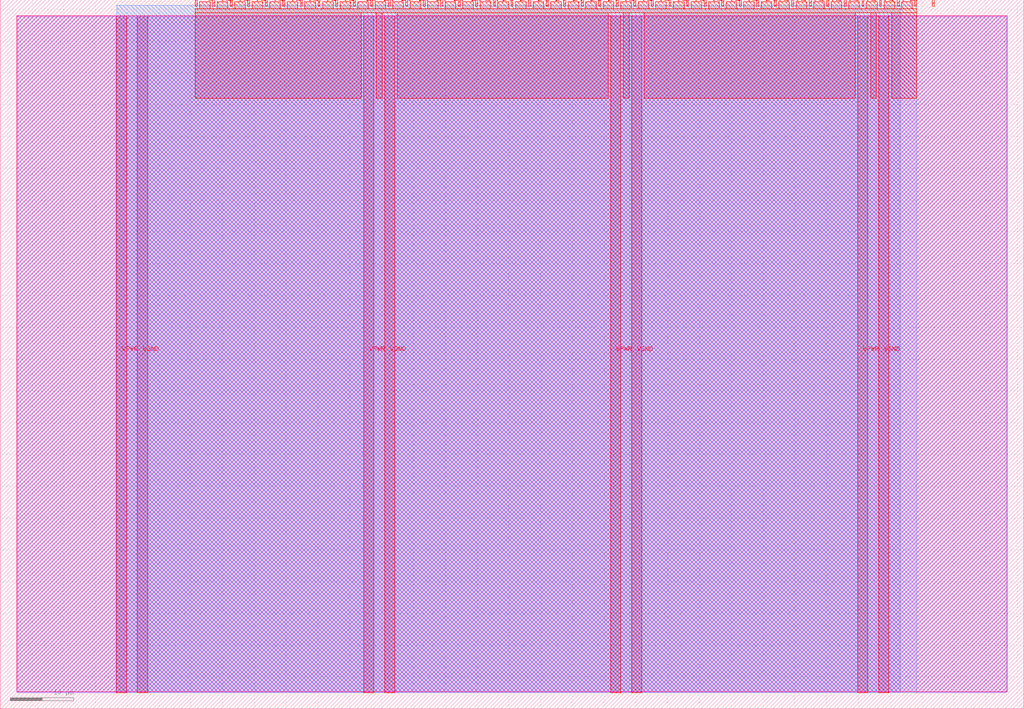
<source format=lef>
VERSION 5.7 ;
  NOWIREEXTENSIONATPIN ON ;
  DIVIDERCHAR "/" ;
  BUSBITCHARS "[]" ;
MACRO tt_um_wokwi_414120414884012033
  CLASS BLOCK ;
  FOREIGN tt_um_wokwi_414120414884012033 ;
  ORIGIN 0.000 0.000 ;
  SIZE 161.000 BY 111.520 ;
  PIN VGND
    DIRECTION INOUT ;
    USE GROUND ;
    PORT
      LAYER met4 ;
        RECT 21.580 2.480 23.180 109.040 ;
    END
    PORT
      LAYER met4 ;
        RECT 60.450 2.480 62.050 109.040 ;
    END
    PORT
      LAYER met4 ;
        RECT 99.320 2.480 100.920 109.040 ;
    END
    PORT
      LAYER met4 ;
        RECT 138.190 2.480 139.790 109.040 ;
    END
  END VGND
  PIN VPWR
    DIRECTION INOUT ;
    USE POWER ;
    PORT
      LAYER met4 ;
        RECT 18.280 2.480 19.880 109.040 ;
    END
    PORT
      LAYER met4 ;
        RECT 57.150 2.480 58.750 109.040 ;
    END
    PORT
      LAYER met4 ;
        RECT 96.020 2.480 97.620 109.040 ;
    END
    PORT
      LAYER met4 ;
        RECT 134.890 2.480 136.490 109.040 ;
    END
  END VPWR
  PIN clk
    DIRECTION INPUT ;
    USE SIGNAL ;
    ANTENNAGATEAREA 0.159000 ;
    PORT
      LAYER met4 ;
        RECT 143.830 110.520 144.130 111.520 ;
    END
  END clk
  PIN ena
    DIRECTION INPUT ;
    USE SIGNAL ;
    PORT
      LAYER met4 ;
        RECT 146.590 110.520 146.890 111.520 ;
    END
  END ena
  PIN rst_n
    DIRECTION INPUT ;
    USE SIGNAL ;
    PORT
      LAYER met4 ;
        RECT 141.070 110.520 141.370 111.520 ;
    END
  END rst_n
  PIN ui_in[0]
    DIRECTION INPUT ;
    USE SIGNAL ;
    ANTENNAGATEAREA 0.196500 ;
    PORT
      LAYER met4 ;
        RECT 138.310 110.520 138.610 111.520 ;
    END
  END ui_in[0]
  PIN ui_in[1]
    DIRECTION INPUT ;
    USE SIGNAL ;
    ANTENNAGATEAREA 0.196500 ;
    PORT
      LAYER met4 ;
        RECT 135.550 110.520 135.850 111.520 ;
    END
  END ui_in[1]
  PIN ui_in[2]
    DIRECTION INPUT ;
    USE SIGNAL ;
    ANTENNAGATEAREA 0.196500 ;
    PORT
      LAYER met4 ;
        RECT 132.790 110.520 133.090 111.520 ;
    END
  END ui_in[2]
  PIN ui_in[3]
    DIRECTION INPUT ;
    USE SIGNAL ;
    ANTENNAGATEAREA 0.196500 ;
    PORT
      LAYER met4 ;
        RECT 130.030 110.520 130.330 111.520 ;
    END
  END ui_in[3]
  PIN ui_in[4]
    DIRECTION INPUT ;
    USE SIGNAL ;
    PORT
      LAYER met4 ;
        RECT 127.270 110.520 127.570 111.520 ;
    END
  END ui_in[4]
  PIN ui_in[5]
    DIRECTION INPUT ;
    USE SIGNAL ;
    PORT
      LAYER met4 ;
        RECT 124.510 110.520 124.810 111.520 ;
    END
  END ui_in[5]
  PIN ui_in[6]
    DIRECTION INPUT ;
    USE SIGNAL ;
    PORT
      LAYER met4 ;
        RECT 121.750 110.520 122.050 111.520 ;
    END
  END ui_in[6]
  PIN ui_in[7]
    DIRECTION INPUT ;
    USE SIGNAL ;
    PORT
      LAYER met4 ;
        RECT 118.990 110.520 119.290 111.520 ;
    END
  END ui_in[7]
  PIN uio_in[0]
    DIRECTION INPUT ;
    USE SIGNAL ;
    PORT
      LAYER met4 ;
        RECT 116.230 110.520 116.530 111.520 ;
    END
  END uio_in[0]
  PIN uio_in[1]
    DIRECTION INPUT ;
    USE SIGNAL ;
    PORT
      LAYER met4 ;
        RECT 113.470 110.520 113.770 111.520 ;
    END
  END uio_in[1]
  PIN uio_in[2]
    DIRECTION INPUT ;
    USE SIGNAL ;
    PORT
      LAYER met4 ;
        RECT 110.710 110.520 111.010 111.520 ;
    END
  END uio_in[2]
  PIN uio_in[3]
    DIRECTION INPUT ;
    USE SIGNAL ;
    PORT
      LAYER met4 ;
        RECT 107.950 110.520 108.250 111.520 ;
    END
  END uio_in[3]
  PIN uio_in[4]
    DIRECTION INPUT ;
    USE SIGNAL ;
    PORT
      LAYER met4 ;
        RECT 105.190 110.520 105.490 111.520 ;
    END
  END uio_in[4]
  PIN uio_in[5]
    DIRECTION INPUT ;
    USE SIGNAL ;
    PORT
      LAYER met4 ;
        RECT 102.430 110.520 102.730 111.520 ;
    END
  END uio_in[5]
  PIN uio_in[6]
    DIRECTION INPUT ;
    USE SIGNAL ;
    PORT
      LAYER met4 ;
        RECT 99.670 110.520 99.970 111.520 ;
    END
  END uio_in[6]
  PIN uio_in[7]
    DIRECTION INPUT ;
    USE SIGNAL ;
    PORT
      LAYER met4 ;
        RECT 96.910 110.520 97.210 111.520 ;
    END
  END uio_in[7]
  PIN uio_oe[0]
    DIRECTION OUTPUT ;
    USE SIGNAL ;
    PORT
      LAYER met4 ;
        RECT 49.990 110.520 50.290 111.520 ;
    END
  END uio_oe[0]
  PIN uio_oe[1]
    DIRECTION OUTPUT ;
    USE SIGNAL ;
    PORT
      LAYER met4 ;
        RECT 47.230 110.520 47.530 111.520 ;
    END
  END uio_oe[1]
  PIN uio_oe[2]
    DIRECTION OUTPUT ;
    USE SIGNAL ;
    PORT
      LAYER met4 ;
        RECT 44.470 110.520 44.770 111.520 ;
    END
  END uio_oe[2]
  PIN uio_oe[3]
    DIRECTION OUTPUT ;
    USE SIGNAL ;
    PORT
      LAYER met4 ;
        RECT 41.710 110.520 42.010 111.520 ;
    END
  END uio_oe[3]
  PIN uio_oe[4]
    DIRECTION OUTPUT ;
    USE SIGNAL ;
    PORT
      LAYER met4 ;
        RECT 38.950 110.520 39.250 111.520 ;
    END
  END uio_oe[4]
  PIN uio_oe[5]
    DIRECTION OUTPUT ;
    USE SIGNAL ;
    PORT
      LAYER met4 ;
        RECT 36.190 110.520 36.490 111.520 ;
    END
  END uio_oe[5]
  PIN uio_oe[6]
    DIRECTION OUTPUT ;
    USE SIGNAL ;
    PORT
      LAYER met4 ;
        RECT 33.430 110.520 33.730 111.520 ;
    END
  END uio_oe[6]
  PIN uio_oe[7]
    DIRECTION OUTPUT ;
    USE SIGNAL ;
    PORT
      LAYER met4 ;
        RECT 30.670 110.520 30.970 111.520 ;
    END
  END uio_oe[7]
  PIN uio_out[0]
    DIRECTION OUTPUT ;
    USE SIGNAL ;
    PORT
      LAYER met4 ;
        RECT 72.070 110.520 72.370 111.520 ;
    END
  END uio_out[0]
  PIN uio_out[1]
    DIRECTION OUTPUT ;
    USE SIGNAL ;
    PORT
      LAYER met4 ;
        RECT 69.310 110.520 69.610 111.520 ;
    END
  END uio_out[1]
  PIN uio_out[2]
    DIRECTION OUTPUT ;
    USE SIGNAL ;
    PORT
      LAYER met4 ;
        RECT 66.550 110.520 66.850 111.520 ;
    END
  END uio_out[2]
  PIN uio_out[3]
    DIRECTION OUTPUT ;
    USE SIGNAL ;
    PORT
      LAYER met4 ;
        RECT 63.790 110.520 64.090 111.520 ;
    END
  END uio_out[3]
  PIN uio_out[4]
    DIRECTION OUTPUT ;
    USE SIGNAL ;
    PORT
      LAYER met4 ;
        RECT 61.030 110.520 61.330 111.520 ;
    END
  END uio_out[4]
  PIN uio_out[5]
    DIRECTION OUTPUT ;
    USE SIGNAL ;
    PORT
      LAYER met4 ;
        RECT 58.270 110.520 58.570 111.520 ;
    END
  END uio_out[5]
  PIN uio_out[6]
    DIRECTION OUTPUT ;
    USE SIGNAL ;
    PORT
      LAYER met4 ;
        RECT 55.510 110.520 55.810 111.520 ;
    END
  END uio_out[6]
  PIN uio_out[7]
    DIRECTION OUTPUT ;
    USE SIGNAL ;
    PORT
      LAYER met4 ;
        RECT 52.750 110.520 53.050 111.520 ;
    END
  END uio_out[7]
  PIN uo_out[0]
    DIRECTION OUTPUT ;
    USE SIGNAL ;
    ANTENNADIFFAREA 0.445500 ;
    PORT
      LAYER met4 ;
        RECT 94.150 110.520 94.450 111.520 ;
    END
  END uo_out[0]
  PIN uo_out[1]
    DIRECTION OUTPUT ;
    USE SIGNAL ;
    ANTENNADIFFAREA 0.445500 ;
    PORT
      LAYER met4 ;
        RECT 91.390 110.520 91.690 111.520 ;
    END
  END uo_out[1]
  PIN uo_out[2]
    DIRECTION OUTPUT ;
    USE SIGNAL ;
    ANTENNADIFFAREA 0.445500 ;
    PORT
      LAYER met4 ;
        RECT 88.630 110.520 88.930 111.520 ;
    END
  END uo_out[2]
  PIN uo_out[3]
    DIRECTION OUTPUT ;
    USE SIGNAL ;
    ANTENNADIFFAREA 0.445500 ;
    PORT
      LAYER met4 ;
        RECT 85.870 110.520 86.170 111.520 ;
    END
  END uo_out[3]
  PIN uo_out[4]
    DIRECTION OUTPUT ;
    USE SIGNAL ;
    ANTENNADIFFAREA 0.795200 ;
    PORT
      LAYER met4 ;
        RECT 83.110 110.520 83.410 111.520 ;
    END
  END uo_out[4]
  PIN uo_out[5]
    DIRECTION OUTPUT ;
    USE SIGNAL ;
    ANTENNADIFFAREA 0.445500 ;
    PORT
      LAYER met4 ;
        RECT 80.350 110.520 80.650 111.520 ;
    END
  END uo_out[5]
  PIN uo_out[6]
    DIRECTION OUTPUT ;
    USE SIGNAL ;
    PORT
      LAYER met4 ;
        RECT 77.590 110.520 77.890 111.520 ;
    END
  END uo_out[6]
  PIN uo_out[7]
    DIRECTION OUTPUT ;
    USE SIGNAL ;
    PORT
      LAYER met4 ;
        RECT 74.830 110.520 75.130 111.520 ;
    END
  END uo_out[7]
  OBS
      LAYER nwell ;
        RECT 2.570 2.635 158.430 108.990 ;
      LAYER li1 ;
        RECT 2.760 2.635 158.240 108.885 ;
      LAYER met1 ;
        RECT 2.760 2.480 158.240 109.040 ;
      LAYER met2 ;
        RECT 18.310 2.535 141.590 110.685 ;
      LAYER met3 ;
        RECT 18.290 2.555 144.170 110.665 ;
      LAYER met4 ;
        RECT 31.370 110.120 33.030 111.170 ;
        RECT 34.130 110.120 35.790 111.170 ;
        RECT 36.890 110.120 38.550 111.170 ;
        RECT 39.650 110.120 41.310 111.170 ;
        RECT 42.410 110.120 44.070 111.170 ;
        RECT 45.170 110.120 46.830 111.170 ;
        RECT 47.930 110.120 49.590 111.170 ;
        RECT 50.690 110.120 52.350 111.170 ;
        RECT 53.450 110.120 55.110 111.170 ;
        RECT 56.210 110.120 57.870 111.170 ;
        RECT 58.970 110.120 60.630 111.170 ;
        RECT 61.730 110.120 63.390 111.170 ;
        RECT 64.490 110.120 66.150 111.170 ;
        RECT 67.250 110.120 68.910 111.170 ;
        RECT 70.010 110.120 71.670 111.170 ;
        RECT 72.770 110.120 74.430 111.170 ;
        RECT 75.530 110.120 77.190 111.170 ;
        RECT 78.290 110.120 79.950 111.170 ;
        RECT 81.050 110.120 82.710 111.170 ;
        RECT 83.810 110.120 85.470 111.170 ;
        RECT 86.570 110.120 88.230 111.170 ;
        RECT 89.330 110.120 90.990 111.170 ;
        RECT 92.090 110.120 93.750 111.170 ;
        RECT 94.850 110.120 96.510 111.170 ;
        RECT 97.610 110.120 99.270 111.170 ;
        RECT 100.370 110.120 102.030 111.170 ;
        RECT 103.130 110.120 104.790 111.170 ;
        RECT 105.890 110.120 107.550 111.170 ;
        RECT 108.650 110.120 110.310 111.170 ;
        RECT 111.410 110.120 113.070 111.170 ;
        RECT 114.170 110.120 115.830 111.170 ;
        RECT 116.930 110.120 118.590 111.170 ;
        RECT 119.690 110.120 121.350 111.170 ;
        RECT 122.450 110.120 124.110 111.170 ;
        RECT 125.210 110.120 126.870 111.170 ;
        RECT 127.970 110.120 129.630 111.170 ;
        RECT 130.730 110.120 132.390 111.170 ;
        RECT 133.490 110.120 135.150 111.170 ;
        RECT 136.250 110.120 137.910 111.170 ;
        RECT 139.010 110.120 140.670 111.170 ;
        RECT 141.770 110.120 143.430 111.170 ;
        RECT 30.655 109.440 144.145 110.120 ;
        RECT 30.655 96.055 56.750 109.440 ;
        RECT 59.150 96.055 60.050 109.440 ;
        RECT 62.450 96.055 95.620 109.440 ;
        RECT 98.020 96.055 98.920 109.440 ;
        RECT 101.320 96.055 134.490 109.440 ;
        RECT 136.890 96.055 137.790 109.440 ;
        RECT 140.190 96.055 144.145 109.440 ;
  END
END tt_um_wokwi_414120414884012033
END LIBRARY


</source>
